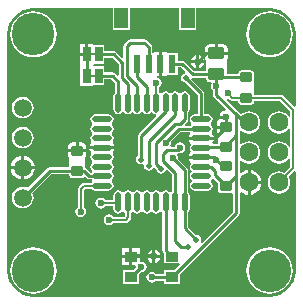
<source format=gbl>
G04 Layer_Physical_Order=2*
G04 Layer_Color=16711680*
%FSLAX44Y44*%
%MOMM*%
G71*
G01*
G75*
G04:AMPARAMS|DCode=10|XSize=1mm|YSize=0.9mm|CornerRadius=0.1125mm|HoleSize=0mm|Usage=FLASHONLY|Rotation=0.000|XOffset=0mm|YOffset=0mm|HoleType=Round|Shape=RoundedRectangle|*
%AMROUNDEDRECTD10*
21,1,1.0000,0.6750,0,0,0.0*
21,1,0.7750,0.9000,0,0,0.0*
1,1,0.2250,0.3875,-0.3375*
1,1,0.2250,-0.3875,-0.3375*
1,1,0.2250,-0.3875,0.3375*
1,1,0.2250,0.3875,0.3375*
%
%ADD10ROUNDEDRECTD10*%
%ADD11R,1.0160X0.8636*%
%ADD12R,0.6350X1.2700*%
%ADD14C,0.2500*%
%ADD15C,0.2000*%
%ADD16C,0.3000*%
%ADD17C,1.6000*%
%ADD18C,3.6000*%
%ADD19C,1.5000*%
%ADD20C,0.5000*%
%ADD21C,0.6000*%
G04:AMPARAMS|DCode=22|XSize=1.4mm|YSize=1mm|CornerRadius=0.125mm|HoleSize=0mm|Usage=FLASHONLY|Rotation=0.000|XOffset=0mm|YOffset=0mm|HoleType=Round|Shape=RoundedRectangle|*
%AMROUNDEDRECTD22*
21,1,1.4000,0.7500,0,0,0.0*
21,1,1.1500,1.0000,0,0,0.0*
1,1,0.2500,0.5750,-0.3750*
1,1,0.2500,-0.5750,-0.3750*
1,1,0.2500,-0.5750,0.3750*
1,1,0.2500,0.5750,0.3750*
%
%ADD22ROUNDEDRECTD22*%
%ADD23O,0.5500X1.6500*%
%ADD24O,1.6500X0.5500*%
%ADD25R,0.6000X1.5500*%
%ADD26R,1.2000X1.8000*%
%ADD27R,0.9079X0.2000*%
%ADD28R,0.6000X0.2000*%
G36*
X160000Y188196D02*
X171446D01*
Y187250D01*
X171660Y186177D01*
X172267Y185267D01*
X173177Y184660D01*
X174250Y184446D01*
X175363D01*
X176042Y183176D01*
X175761Y182756D01*
X175412Y181000D01*
X175761Y179244D01*
X176756Y177756D01*
X177196Y177461D01*
Y174000D01*
X177410Y172927D01*
X178017Y172017D01*
X188237Y161798D01*
X187658Y160581D01*
X185838Y160219D01*
X184006Y158994D01*
X182781Y157162D01*
X182604Y156270D01*
X188000D01*
Y153730D01*
X182604D01*
X182686Y153321D01*
X181483Y152517D01*
X180672Y151305D01*
X180388Y149875D01*
Y147770D01*
X188000D01*
Y145230D01*
X180388D01*
Y143125D01*
X180672Y141695D01*
X181000Y141205D01*
Y134000D01*
X181426Y133574D01*
X181236Y132304D01*
X177135D01*
X177080Y132363D01*
X176573Y133574D01*
X177483Y134936D01*
X177641Y135730D01*
X167000D01*
X156359D01*
X156517Y134936D01*
X157686Y133186D01*
X157845Y133080D01*
X158017Y131437D01*
X157497Y130658D01*
X157167Y129000D01*
X157497Y127342D01*
X158017Y126563D01*
X157845Y124920D01*
X157686Y124814D01*
X156517Y123064D01*
X156359Y122270D01*
X167000D01*
Y119730D01*
X156359D01*
X156517Y118936D01*
X157686Y117186D01*
X157845Y117080D01*
X158017Y115437D01*
X157497Y114658D01*
X157167Y113000D01*
X157497Y111342D01*
X158436Y109936D01*
X158886Y109635D01*
Y108365D01*
X158436Y108064D01*
X157497Y106658D01*
X157167Y105000D01*
X157497Y103342D01*
X158436Y101936D01*
X158886Y101635D01*
Y100365D01*
X158436Y100064D01*
X157497Y98658D01*
X157167Y97000D01*
X157497Y95342D01*
X158436Y93936D01*
X159842Y92997D01*
X161500Y92667D01*
X172500D01*
X174158Y92997D01*
X175564Y93936D01*
X176503Y95342D01*
X176833Y97000D01*
X176503Y98658D01*
X175564Y100064D01*
X175114Y100365D01*
Y101635D01*
X175564Y101936D01*
X176082Y102711D01*
X177604Y102918D01*
X177626Y102909D01*
X181449Y99086D01*
Y93125D01*
X181652Y92101D01*
X182233Y91232D01*
X183101Y90652D01*
X184125Y90449D01*
X191875D01*
X192776Y90628D01*
X192994Y90590D01*
X194046Y89891D01*
Y74762D01*
X167432Y48148D01*
X166446Y48957D01*
X166768Y49439D01*
X167078Y51000D01*
X166768Y52561D01*
X165884Y53884D01*
X164561Y54768D01*
X163000Y55078D01*
X162906Y55060D01*
X155804Y62161D01*
Y74262D01*
X156064Y74436D01*
X157003Y75842D01*
X157333Y77500D01*
Y88500D01*
X157003Y90158D01*
X156064Y91564D01*
X155804Y91738D01*
Y110000D01*
X155590Y111073D01*
X154983Y111983D01*
X147485Y119480D01*
X147588Y120000D01*
X147239Y121756D01*
X146457Y122926D01*
X146861Y124006D01*
X147017Y124200D01*
X148073Y124410D01*
X148288Y124553D01*
X149000Y124412D01*
X150756Y124761D01*
X152244Y125756D01*
X153239Y127244D01*
X153588Y129000D01*
X153239Y130756D01*
X152244Y132244D01*
X150756Y133239D01*
X149000Y133588D01*
X147244Y133239D01*
X145756Y132244D01*
X144761Y130756D01*
X144572Y129804D01*
X141624D01*
X141025Y130924D01*
X141239Y131244D01*
X141588Y133000D01*
X141319Y134354D01*
X149161Y142196D01*
X157469D01*
X157851Y140938D01*
X157845Y140920D01*
X157686Y140814D01*
X156517Y139064D01*
X156359Y138270D01*
X167000D01*
X177641D01*
X177483Y139064D01*
X176314Y140814D01*
X176155Y140920D01*
X175983Y142563D01*
X176503Y143342D01*
X176833Y145000D01*
X176503Y146658D01*
X175564Y148064D01*
X175114Y148365D01*
Y149635D01*
X175564Y149936D01*
X176503Y151342D01*
X176833Y153000D01*
X176503Y154658D01*
X175564Y156064D01*
X174158Y157003D01*
X172500Y157333D01*
X169804D01*
Y175000D01*
X169590Y176073D01*
X168983Y176983D01*
X158832Y187134D01*
X159457Y188304D01*
X160000Y188196D01*
D02*
G37*
G36*
X25000Y247176D02*
X92000D01*
Y228500D01*
X107000D01*
Y247176D01*
X148000D01*
Y228500D01*
X163000D01*
Y247176D01*
X223772D01*
X225000Y247176D01*
X225000Y247176D01*
X225000Y247176D01*
Y247176D01*
X226234Y247088D01*
X229333Y246783D01*
X233499Y245519D01*
X237339Y243467D01*
X240705Y240705D01*
X243467Y237339D01*
X245519Y233499D01*
X246783Y229333D01*
X247088Y226234D01*
X247176Y225000D01*
X247176D01*
X247176Y225000D01*
Y164225D01*
X245906Y163699D01*
X236302Y173302D01*
X235476Y173855D01*
X234500Y174049D01*
X211551D01*
Y174875D01*
X211439Y175439D01*
X212000Y176000D01*
Y184000D01*
X211439Y184561D01*
X211551Y185125D01*
Y191875D01*
X211348Y192899D01*
X210767Y193768D01*
X209899Y194348D01*
X208875Y194552D01*
X201125D01*
X200101Y194348D01*
X199232Y193768D01*
X198652Y192899D01*
X198448Y191875D01*
Y191304D01*
X188554D01*
Y194750D01*
X188545Y194795D01*
X189000Y195250D01*
Y203292D01*
X189320Y203771D01*
X189614Y205250D01*
Y207730D01*
X170386D01*
Y205250D01*
X170680Y203771D01*
X171000Y203292D01*
Y195250D01*
X171176Y195074D01*
X170782Y193804D01*
X161161D01*
X152983Y201983D01*
X152073Y202591D01*
X151000Y202804D01*
X147000D01*
Y209250D01*
X138040D01*
Y210290D01*
X133770D01*
Y200000D01*
Y189710D01*
X138040D01*
Y190750D01*
X147000D01*
Y197196D01*
X149838D01*
X153718Y193317D01*
X153300Y191939D01*
X152439Y191768D01*
X151116Y190884D01*
X150232Y189561D01*
X149922Y188000D01*
X150232Y186439D01*
X151116Y185116D01*
X152439Y184232D01*
X154000Y183922D01*
X154094Y183940D01*
X164196Y173839D01*
Y157333D01*
X161500D01*
X159842Y157003D01*
X158436Y156064D01*
X157497Y154658D01*
X157167Y153000D01*
X157497Y151342D01*
X158436Y149936D01*
X158470Y149913D01*
X158565Y148503D01*
X157849Y147804D01*
X153428D01*
X152942Y148977D01*
X154983Y151017D01*
X155590Y151927D01*
X155804Y153000D01*
Y158262D01*
X156064Y158436D01*
X157003Y159842D01*
X157333Y161500D01*
Y172500D01*
X157003Y174158D01*
X156064Y175564D01*
X154658Y176503D01*
X153000Y176833D01*
X151342Y176503D01*
X149936Y175564D01*
X149635Y175114D01*
X148365D01*
X148064Y175564D01*
X146658Y176503D01*
X145000Y176833D01*
X143342Y176503D01*
X141936Y175564D01*
X141635Y175114D01*
X140365D01*
X140064Y175564D01*
X138658Y176503D01*
X137000Y176833D01*
X135342Y176503D01*
X133936Y175564D01*
X133713Y175231D01*
X132447Y175156D01*
X132121Y175480D01*
X132064Y175564D01*
X131975Y175623D01*
X131549Y176046D01*
Y180291D01*
X132244Y180756D01*
X133239Y182244D01*
X133588Y184000D01*
X133239Y185756D01*
X132244Y187244D01*
X130756Y188239D01*
X129744Y188440D01*
X129869Y189710D01*
X131230D01*
Y200000D01*
Y210290D01*
X126960D01*
Y209250D01*
X125304D01*
Y214500D01*
X125091Y215573D01*
X124483Y216483D01*
X120983Y219983D01*
X120073Y220590D01*
X119000Y220804D01*
X107000D01*
X105927Y220590D01*
X105017Y219983D01*
X102017Y216983D01*
X101410Y216073D01*
X101196Y215000D01*
Y205429D01*
X100023Y204942D01*
X94983Y209983D01*
X94073Y210590D01*
X93000Y210804D01*
X84835D01*
Y215850D01*
X75715D01*
Y216890D01*
X71270D01*
Y210289D01*
X70931Y210148D01*
X70455Y209000D01*
Y208000D01*
X70000D01*
Y206730D01*
X64285D01*
Y199110D01*
X64285D01*
Y198890D01*
X64285D01*
Y181110D01*
X75715D01*
Y182150D01*
X84835D01*
Y187196D01*
X90839D01*
X94196Y183839D01*
Y175738D01*
X93936Y175564D01*
X92997Y174158D01*
X92667Y172500D01*
Y161500D01*
X92997Y159842D01*
X93936Y158436D01*
X95342Y157497D01*
X97000Y157167D01*
X98658Y157497D01*
X100064Y158436D01*
X100365Y158886D01*
X101635D01*
X101936Y158436D01*
X103342Y157497D01*
X105000Y157167D01*
X106658Y157497D01*
X108064Y158436D01*
X108365Y158886D01*
X109635D01*
X109936Y158436D01*
X111342Y157497D01*
X113000Y157167D01*
X114658Y157497D01*
X116064Y158436D01*
X116365Y158886D01*
X117635D01*
X117936Y158436D01*
X119342Y157497D01*
X121000Y157167D01*
X122658Y157497D01*
X124064Y158436D01*
X124365Y158886D01*
X125635D01*
X125936Y158436D01*
X127342Y157497D01*
X128504Y157265D01*
X129006Y155972D01*
X114017Y140983D01*
X113410Y140073D01*
X113196Y139000D01*
Y121937D01*
X113116Y121884D01*
X112232Y120561D01*
X111922Y119000D01*
X112232Y117439D01*
X113116Y116116D01*
X114439Y115232D01*
X116000Y114922D01*
X117561Y115232D01*
X117689Y115317D01*
X118832Y114554D01*
X118672Y113750D01*
X118982Y112189D01*
X119866Y110866D01*
X121189Y109982D01*
X122750Y109672D01*
X124311Y109982D01*
X125634Y110866D01*
X126330Y111908D01*
X127409Y112208D01*
X127818Y112217D01*
X128940Y111094D01*
X128922Y111000D01*
X129232Y109439D01*
X130116Y108116D01*
X131439Y107232D01*
X133000Y106922D01*
X134561Y107232D01*
X135884Y108116D01*
X136768Y109439D01*
X136939Y110300D01*
X138317Y110718D01*
X142196Y106839D01*
Y91738D01*
X141936Y91564D01*
X141635Y91114D01*
X140365D01*
X140064Y91564D01*
X138658Y92503D01*
X137000Y92833D01*
X135342Y92503D01*
X133936Y91564D01*
X133635Y91114D01*
X132365D01*
X132064Y91564D01*
X130658Y92503D01*
X129000Y92833D01*
X127342Y92503D01*
X125936Y91564D01*
X125635Y91114D01*
X124365D01*
X124064Y91564D01*
X122658Y92503D01*
X121000Y92833D01*
X119342Y92503D01*
X117936Y91564D01*
X117635Y91114D01*
X116365D01*
X116064Y91564D01*
X114658Y92503D01*
X113000Y92833D01*
X111342Y92503D01*
X109936Y91564D01*
X109635Y91114D01*
X108365D01*
X108064Y91564D01*
X106658Y92503D01*
X105000Y92833D01*
X103342Y92503D01*
X101936Y91564D01*
X101635Y91114D01*
X100365D01*
X100064Y91564D01*
X98658Y92503D01*
X97000Y92833D01*
X95342Y92503D01*
X93936Y91564D01*
X92997Y90158D01*
X92667Y88500D01*
Y84549D01*
X85709D01*
X85244Y85244D01*
X83756Y86239D01*
X82000Y86588D01*
X80244Y86239D01*
X78756Y85244D01*
X77761Y83756D01*
X77412Y82000D01*
X77761Y80244D01*
X78756Y78756D01*
X80244Y77761D01*
X82000Y77412D01*
X83756Y77761D01*
X85244Y78756D01*
X85709Y79451D01*
X92667D01*
Y77500D01*
X92997Y75842D01*
X93936Y74436D01*
X95342Y73497D01*
X97000Y73167D01*
X98658Y73497D01*
X100064Y74436D01*
X100287Y74769D01*
X101553Y74844D01*
X101880Y74521D01*
X101936Y74436D01*
X102025Y74377D01*
X102451Y73954D01*
Y71056D01*
X101944Y70549D01*
X92709D01*
X92244Y71244D01*
X90756Y72239D01*
X89000Y72588D01*
X87244Y72239D01*
X85756Y71244D01*
X84761Y69756D01*
X84412Y68000D01*
X84761Y66244D01*
X85756Y64756D01*
X87244Y63761D01*
X89000Y63412D01*
X90756Y63761D01*
X92244Y64756D01*
X92709Y65451D01*
X103000D01*
X103975Y65645D01*
X104802Y66198D01*
X106802Y68198D01*
X107355Y69025D01*
X107549Y70000D01*
Y74092D01*
X108064Y74436D01*
X108365Y74886D01*
X109635D01*
X109936Y74436D01*
X111342Y73497D01*
X113000Y73167D01*
X114658Y73497D01*
X116064Y74436D01*
X116365Y74886D01*
X117635D01*
X117936Y74436D01*
X119342Y73497D01*
X121000Y73167D01*
X122658Y73497D01*
X124064Y74436D01*
X124365Y74886D01*
X125635D01*
X125936Y74436D01*
X127342Y73497D01*
X129000Y73167D01*
X130658Y73497D01*
X132064Y74436D01*
X132087Y74471D01*
X133497Y74566D01*
X134196Y73849D01*
Y42390D01*
X134410Y41317D01*
X135017Y40407D01*
X135920Y39505D01*
Y31072D01*
X148561D01*
X149091Y29807D01*
X144353Y25068D01*
X135920D01*
Y22054D01*
X128789D01*
X128495Y22494D01*
X127006Y23489D01*
X125250Y23838D01*
X123494Y23489D01*
X122006Y22494D01*
X121011Y21006D01*
X120662Y19250D01*
X121011Y17494D01*
X122006Y16006D01*
X123494Y15011D01*
X125250Y14662D01*
X127006Y15011D01*
X128495Y16006D01*
X128789Y16446D01*
X135920D01*
Y13432D01*
X149080D01*
Y21865D01*
X198833Y71618D01*
X199441Y72527D01*
X199654Y73600D01*
Y90811D01*
X200924Y91437D01*
X202285Y90393D01*
X204848Y89331D01*
X206330Y89136D01*
Y99600D01*
Y110064D01*
X204848Y109869D01*
X202285Y108807D01*
X200924Y107763D01*
X199654Y108389D01*
Y117827D01*
X200180Y118006D01*
X200924Y118148D01*
X202809Y116702D01*
X205120Y115744D01*
X207600Y115418D01*
X210080Y115744D01*
X212391Y116702D01*
X214375Y118225D01*
X215898Y120209D01*
X216855Y122520D01*
X217182Y125000D01*
X216855Y127480D01*
X215898Y129791D01*
X214375Y131776D01*
X212391Y133298D01*
X210080Y134256D01*
X207600Y134582D01*
X205120Y134256D01*
X202809Y133298D01*
X200924Y131852D01*
X200180Y131994D01*
X199654Y132173D01*
Y143227D01*
X200180Y143406D01*
X200924Y143548D01*
X202809Y142102D01*
X205120Y141145D01*
X207600Y140818D01*
X210080Y141145D01*
X212391Y142102D01*
X214375Y143625D01*
X215898Y145609D01*
X216855Y147920D01*
X217182Y150400D01*
X216855Y152880D01*
X215898Y155191D01*
X214375Y157176D01*
X212391Y158698D01*
X210080Y159656D01*
X207600Y159982D01*
X205120Y159656D01*
X202809Y158698D01*
X200825Y157176D01*
X200792Y157173D01*
X188562Y169403D01*
X189188Y170573D01*
X190000Y170412D01*
X190820Y170575D01*
X191698Y169698D01*
X192525Y169145D01*
X193500Y168951D01*
X198448D01*
Y168125D01*
X198652Y167101D01*
X199232Y166232D01*
X200101Y165652D01*
X201125Y165448D01*
X208875D01*
X209899Y165652D01*
X210767Y166232D01*
X211348Y167101D01*
X211551Y168125D01*
Y168951D01*
X233444D01*
X242451Y159944D01*
Y155697D01*
X241722Y155377D01*
X241181Y155344D01*
X239775Y157176D01*
X237791Y158698D01*
X235480Y159656D01*
X233000Y159982D01*
X230520Y159656D01*
X228209Y158698D01*
X226224Y157176D01*
X224702Y155191D01*
X223745Y152880D01*
X223418Y150400D01*
X223745Y147920D01*
X224702Y145609D01*
X226224Y143625D01*
X228209Y142102D01*
X230520Y141145D01*
X233000Y140818D01*
X235480Y141145D01*
X237791Y142102D01*
X239775Y143625D01*
X241181Y145456D01*
X241722Y145423D01*
X242451Y145103D01*
Y130297D01*
X241722Y129977D01*
X241181Y129944D01*
X239775Y131776D01*
X237791Y133298D01*
X235480Y134256D01*
X233000Y134582D01*
X230520Y134256D01*
X228209Y133298D01*
X226224Y131776D01*
X224702Y129791D01*
X223745Y127480D01*
X223418Y125000D01*
X223745Y122520D01*
X224702Y120209D01*
X226224Y118225D01*
X228209Y116702D01*
X230520Y115744D01*
X233000Y115418D01*
X235480Y115744D01*
X237791Y116702D01*
X239775Y118225D01*
X241181Y120056D01*
X241722Y120023D01*
X242451Y119703D01*
Y112655D01*
X237723Y107927D01*
X235480Y108855D01*
X233000Y109182D01*
X230520Y108855D01*
X228209Y107898D01*
X226224Y106376D01*
X224702Y104391D01*
X223745Y102080D01*
X223418Y99600D01*
X223745Y97120D01*
X224702Y94809D01*
X226224Y92825D01*
X228209Y91302D01*
X230520Y90344D01*
X233000Y90018D01*
X235480Y90344D01*
X237791Y91302D01*
X239775Y92825D01*
X241298Y94809D01*
X242255Y97120D01*
X242582Y99600D01*
X242255Y102080D01*
X241327Y104321D01*
X245906Y108900D01*
X247176Y108374D01*
Y26228D01*
X247176Y25000D01*
X247176Y25000D01*
X247176Y25000D01*
X247176D01*
X247088Y23766D01*
X246783Y20667D01*
X245519Y16501D01*
X243467Y12661D01*
X240705Y9295D01*
X237339Y6533D01*
X233499Y4481D01*
X229333Y3217D01*
X226234Y2912D01*
X225000Y2824D01*
Y2824D01*
X225000Y2824D01*
X26228D01*
X25000Y2824D01*
X25000Y2824D01*
X25000Y2824D01*
Y2824D01*
X23766Y2912D01*
X20667Y3217D01*
X16501Y4481D01*
X12661Y6533D01*
X9295Y9295D01*
X6533Y12661D01*
X4481Y16501D01*
X3217Y20667D01*
X2912Y23766D01*
X2824Y25000D01*
X2824D01*
X2824Y25000D01*
Y223772D01*
X2824Y225000D01*
X2824Y225000D01*
X2824Y225000D01*
X2824D01*
X2912Y226234D01*
X3217Y229333D01*
X4481Y233499D01*
X6533Y237339D01*
X9295Y240705D01*
X12661Y243467D01*
X16501Y245519D01*
X20667Y246783D01*
X23766Y247088D01*
X25000Y247176D01*
Y247176D01*
X25000Y247176D01*
D02*
G37*
G36*
X97196Y199839D02*
Y190428D01*
X96023Y189942D01*
X93983Y191982D01*
X93073Y192590D01*
X92001Y192803D01*
X84835D01*
Y197850D01*
X75998D01*
X75744Y199000D01*
X75998Y200150D01*
X84835D01*
Y205196D01*
X91839D01*
X97196Y199839D01*
D02*
G37*
%LPC*%
G36*
X128270Y42396D02*
Y38270D01*
X132396D01*
X132219Y39162D01*
X130994Y40994D01*
X129162Y42219D01*
X128270Y42396D01*
D02*
G37*
G36*
X218064Y98330D02*
X208870D01*
Y89136D01*
X210352Y89331D01*
X212915Y90393D01*
X215117Y92083D01*
X216807Y94284D01*
X217869Y96848D01*
X218064Y98330D01*
D02*
G37*
G36*
X25959Y110930D02*
X17270D01*
Y102240D01*
X18621Y102418D01*
X21063Y103430D01*
X23161Y105039D01*
X24770Y107137D01*
X25782Y109579D01*
X25959Y110930D01*
D02*
G37*
G36*
X93641Y127730D02*
X83000D01*
X72359D01*
X72517Y126936D01*
X73686Y125186D01*
X73845Y125080D01*
X74017Y123437D01*
X73497Y122658D01*
X73167Y121000D01*
X73497Y119342D01*
X74436Y117936D01*
X74886Y117635D01*
Y116365D01*
X74436Y116064D01*
X73497Y114658D01*
X73167Y113000D01*
X73497Y111342D01*
X74436Y109936D01*
X74886Y109635D01*
Y108365D01*
X74436Y108064D01*
X74367Y107960D01*
X73082Y107884D01*
X69483Y111483D01*
X68573Y112090D01*
X68551Y112095D01*
Y112875D01*
X68439Y113439D01*
X69000Y114000D01*
Y121205D01*
X69327Y121695D01*
X69612Y123125D01*
Y125230D01*
X54388D01*
Y123125D01*
X54673Y121695D01*
X55000Y121205D01*
Y114000D01*
X55426Y113574D01*
X55236Y112304D01*
X38700D01*
X37627Y112090D01*
X36717Y111483D01*
X20084Y94850D01*
X18349Y95568D01*
X16000Y95878D01*
X13650Y95568D01*
X11461Y94661D01*
X9581Y93219D01*
X8138Y91339D01*
X7232Y89149D01*
X6922Y86800D01*
X7232Y84451D01*
X8138Y82261D01*
X9581Y80381D01*
X11461Y78938D01*
X13650Y78032D01*
X16000Y77722D01*
X18349Y78032D01*
X20539Y78938D01*
X22419Y80381D01*
X23861Y82261D01*
X24768Y84451D01*
X25078Y86800D01*
X24768Y89149D01*
X24050Y90884D01*
X39861Y106696D01*
X55449D01*
Y106125D01*
X55652Y105101D01*
X56233Y104233D01*
X57101Y103652D01*
X58125Y103449D01*
X65875D01*
X66899Y103652D01*
X67768Y104233D01*
X68710Y104325D01*
X70017Y103017D01*
X70927Y102410D01*
X72000Y102196D01*
X74262D01*
X74436Y101936D01*
X74769Y101713D01*
X74844Y100447D01*
X74521Y100121D01*
X74436Y100064D01*
X74377Y99976D01*
X73954Y99549D01*
X68000D01*
X67025Y99355D01*
X66198Y98802D01*
X63198Y95802D01*
X62645Y94976D01*
X62451Y94000D01*
Y78709D01*
X61756Y78244D01*
X60761Y76756D01*
X60412Y75000D01*
X60761Y73244D01*
X61756Y71756D01*
X63244Y70761D01*
X65000Y70412D01*
X66756Y70761D01*
X68244Y71756D01*
X69239Y73244D01*
X69588Y75000D01*
X69239Y76756D01*
X68244Y78244D01*
X67549Y78709D01*
Y92944D01*
X69056Y94451D01*
X74092D01*
X74436Y93936D01*
X75842Y92997D01*
X77500Y92667D01*
X88500D01*
X90158Y92997D01*
X91564Y93936D01*
X92503Y95342D01*
X92833Y97000D01*
X92503Y98658D01*
X91564Y100064D01*
X91114Y100365D01*
Y101635D01*
X91564Y101936D01*
X92503Y103342D01*
X92833Y105000D01*
X92503Y106658D01*
X91564Y108064D01*
X91114Y108365D01*
Y109635D01*
X91564Y109936D01*
X92503Y111342D01*
X92833Y113000D01*
X92503Y114658D01*
X91564Y116064D01*
X91114Y116365D01*
Y117635D01*
X91564Y117936D01*
X92503Y119342D01*
X92833Y121000D01*
X92503Y122658D01*
X91983Y123437D01*
X92155Y125080D01*
X92314Y125186D01*
X93483Y126936D01*
X93641Y127730D01*
D02*
G37*
G36*
X208870Y110064D02*
Y100870D01*
X218064D01*
X217869Y102352D01*
X216807Y104916D01*
X215117Y107117D01*
X212915Y108807D01*
X210352Y109869D01*
X208870Y110064D01*
D02*
G37*
G36*
X14730Y110930D02*
X6041D01*
X6218Y109579D01*
X7230Y107137D01*
X8839Y105039D01*
X10937Y103430D01*
X13379Y102418D01*
X14730Y102240D01*
Y110930D01*
D02*
G37*
G36*
X115094Y35620D02*
X108744D01*
Y30032D01*
X110758D01*
X111787Y28762D01*
X111636Y28000D01*
X111739Y27480D01*
X109327Y25068D01*
X100894D01*
Y13432D01*
X114054D01*
Y21865D01*
X115704Y23515D01*
X116224Y23412D01*
X117980Y23761D01*
X119468Y24756D01*
X120463Y26244D01*
X120812Y28000D01*
X120463Y29756D01*
X119468Y31244D01*
X117980Y32239D01*
X116224Y32588D01*
X116076Y32559D01*
X115094Y33364D01*
Y35620D01*
D02*
G37*
G36*
X106204D02*
X99854D01*
Y30032D01*
X106204D01*
Y35620D01*
D02*
G37*
G36*
X25000Y44595D02*
X21177Y44218D01*
X17502Y43103D01*
X14114Y41292D01*
X11145Y38856D01*
X8708Y35886D01*
X6897Y32499D01*
X5782Y28823D01*
X5406Y25000D01*
X5782Y21177D01*
X6897Y17502D01*
X8708Y14114D01*
X11145Y11145D01*
X14114Y8708D01*
X17502Y6897D01*
X21177Y5782D01*
X25000Y5406D01*
X28823Y5782D01*
X32499Y6897D01*
X35886Y8708D01*
X38856Y11145D01*
X41292Y14114D01*
X43103Y17502D01*
X44218Y21177D01*
X44595Y25000D01*
X44218Y28823D01*
X43103Y32499D01*
X41292Y35886D01*
X38856Y38856D01*
X35886Y41292D01*
X32499Y43103D01*
X28823Y44218D01*
X25000Y44595D01*
D02*
G37*
G36*
X225000D02*
X221177Y44218D01*
X217501Y43103D01*
X214114Y41292D01*
X211145Y38856D01*
X208708Y35886D01*
X206897Y32499D01*
X205782Y28823D01*
X205406Y25000D01*
X205782Y21177D01*
X206897Y17502D01*
X208708Y14114D01*
X211145Y11145D01*
X214114Y8708D01*
X217501Y6897D01*
X221177Y5782D01*
X225000Y5406D01*
X228822Y5782D01*
X232498Y6897D01*
X235886Y8708D01*
X238855Y11145D01*
X241292Y14114D01*
X243103Y17502D01*
X244218Y21177D01*
X244594Y25000D01*
X244218Y28823D01*
X243103Y32499D01*
X241292Y35886D01*
X238855Y38856D01*
X235886Y41292D01*
X232498Y43103D01*
X228822Y44218D01*
X225000Y44595D01*
D02*
G37*
G36*
X125730Y35730D02*
X121604D01*
X121781Y34838D01*
X123006Y33006D01*
X124838Y31781D01*
X125730Y31604D01*
Y35730D01*
D02*
G37*
G36*
X115094Y43748D02*
X108744D01*
Y38160D01*
X115094D01*
Y43748D01*
D02*
G37*
G36*
X125730Y42396D02*
X124838Y42219D01*
X123006Y40994D01*
X121781Y39162D01*
X121604Y38270D01*
X125730D01*
Y42396D01*
D02*
G37*
G36*
X132396Y35730D02*
X128270D01*
Y31604D01*
X129162Y31781D01*
X130994Y33006D01*
X132219Y34838D01*
X132396Y35730D01*
D02*
G37*
G36*
X106204Y43748D02*
X99854D01*
Y38160D01*
X106204D01*
Y43748D01*
D02*
G37*
G36*
X14730Y122159D02*
X13379Y121981D01*
X10937Y120970D01*
X8839Y119361D01*
X7230Y117263D01*
X6218Y114821D01*
X6041Y113470D01*
X14730D01*
Y122159D01*
D02*
G37*
G36*
X25000Y244594D02*
X21177Y244218D01*
X17502Y243103D01*
X14114Y241292D01*
X11145Y238855D01*
X8708Y235886D01*
X6897Y232498D01*
X5782Y228822D01*
X5406Y225000D01*
X5782Y221177D01*
X6897Y217501D01*
X8708Y214114D01*
X11145Y211145D01*
X14114Y208708D01*
X17502Y206897D01*
X21177Y205782D01*
X25000Y205406D01*
X28823Y205782D01*
X32499Y206897D01*
X35886Y208708D01*
X38856Y211145D01*
X41292Y214114D01*
X43103Y217501D01*
X44218Y221177D01*
X44595Y225000D01*
X44218Y228822D01*
X43103Y232498D01*
X41292Y235886D01*
X38856Y238855D01*
X35886Y241292D01*
X32499Y243103D01*
X28823Y244218D01*
X25000Y244594D01*
D02*
G37*
G36*
X165270Y207396D02*
Y203270D01*
X169396D01*
X169219Y204162D01*
X167994Y205994D01*
X166162Y207219D01*
X165270Y207396D01*
D02*
G37*
G36*
X162730D02*
X161838Y207219D01*
X160006Y205994D01*
X158781Y204162D01*
X158604Y203270D01*
X162730D01*
Y207396D01*
D02*
G37*
G36*
X225000Y244594D02*
X221177Y244218D01*
X217501Y243103D01*
X214114Y241292D01*
X211145Y238855D01*
X208708Y235886D01*
X206897Y232498D01*
X205782Y228822D01*
X205406Y225000D01*
X205782Y221177D01*
X206897Y217501D01*
X208708Y214114D01*
X211145Y211145D01*
X214114Y208708D01*
X217501Y206897D01*
X221177Y205782D01*
X225000Y205406D01*
X228822Y205782D01*
X232498Y206897D01*
X235886Y208708D01*
X238855Y211145D01*
X241292Y214114D01*
X243103Y217501D01*
X244218Y221177D01*
X244594Y225000D01*
X244218Y228822D01*
X243103Y232498D01*
X241292Y235886D01*
X238855Y238855D01*
X235886Y241292D01*
X232498Y243103D01*
X228822Y244218D01*
X225000Y244594D01*
D02*
G37*
G36*
X185750Y216614D02*
X181270D01*
Y210270D01*
X189614D01*
Y212750D01*
X189320Y214229D01*
X188482Y215482D01*
X187229Y216320D01*
X185750Y216614D01*
D02*
G37*
G36*
X178730D02*
X174250D01*
X172771Y216320D01*
X171518Y215482D01*
X170680Y214229D01*
X170386Y212750D01*
Y210270D01*
X178730D01*
Y216614D01*
D02*
G37*
G36*
X68730Y216890D02*
X64285D01*
Y209270D01*
X68730D01*
Y216890D01*
D02*
G37*
G36*
X169396Y200730D02*
X165270D01*
Y196604D01*
X166162Y196781D01*
X167994Y198006D01*
X169219Y199838D01*
X169396Y200730D01*
D02*
G37*
G36*
X65875Y133612D02*
X63270D01*
Y127770D01*
X69612D01*
Y129875D01*
X69327Y131305D01*
X68517Y132517D01*
X67305Y133327D01*
X65875Y133612D01*
D02*
G37*
G36*
X60730D02*
X58125D01*
X56695Y133327D01*
X55483Y132517D01*
X54673Y131305D01*
X54388Y129875D01*
Y127770D01*
X60730D01*
Y133612D01*
D02*
G37*
G36*
X17270Y122159D02*
Y113470D01*
X25959D01*
X25782Y114821D01*
X24770Y117263D01*
X23161Y119361D01*
X21063Y120970D01*
X18621Y121981D01*
X17270Y122159D01*
D02*
G37*
G36*
X16000Y146678D02*
X13650Y146368D01*
X11461Y145461D01*
X9581Y144019D01*
X8138Y142139D01*
X7232Y139949D01*
X6922Y137600D01*
X7232Y135251D01*
X8138Y133061D01*
X9581Y131181D01*
X11461Y129739D01*
X13650Y128832D01*
X16000Y128522D01*
X18349Y128832D01*
X20539Y129739D01*
X22419Y131181D01*
X23861Y133061D01*
X24768Y135251D01*
X25078Y137600D01*
X24768Y139949D01*
X23861Y142139D01*
X22419Y144019D01*
X20539Y145461D01*
X18349Y146368D01*
X16000Y146678D01*
D02*
G37*
G36*
X162730Y200730D02*
X158604D01*
X158781Y199838D01*
X160006Y198006D01*
X161838Y196781D01*
X162730Y196604D01*
Y200730D01*
D02*
G37*
G36*
X16000Y172078D02*
X13650Y171768D01*
X11461Y170861D01*
X9581Y169419D01*
X8138Y167539D01*
X7232Y165349D01*
X6922Y163000D01*
X7232Y160651D01*
X8138Y158461D01*
X9581Y156581D01*
X11461Y155139D01*
X13650Y154232D01*
X16000Y153922D01*
X18349Y154232D01*
X20539Y155139D01*
X22419Y156581D01*
X23861Y158461D01*
X24768Y160651D01*
X25078Y163000D01*
X24768Y165349D01*
X23861Y167539D01*
X22419Y169419D01*
X20539Y170861D01*
X18349Y171768D01*
X16000Y172078D01*
D02*
G37*
G36*
X88500Y157333D02*
X77500D01*
X75842Y157003D01*
X74436Y156064D01*
X73497Y154658D01*
X73167Y153000D01*
X73497Y151342D01*
X74436Y149936D01*
X74886Y149635D01*
Y148365D01*
X74436Y148064D01*
X73497Y146658D01*
X73167Y145000D01*
X73497Y143342D01*
X74436Y141936D01*
X74886Y141635D01*
Y140365D01*
X74436Y140064D01*
X73497Y138658D01*
X73167Y137000D01*
X73497Y135342D01*
X74017Y134563D01*
X73845Y132920D01*
X73686Y132814D01*
X72517Y131064D01*
X72359Y130270D01*
X83000D01*
X93641D01*
X93483Y131064D01*
X92314Y132814D01*
X92155Y132920D01*
X91983Y134563D01*
X92503Y135342D01*
X92833Y137000D01*
X92503Y138658D01*
X91564Y140064D01*
X91114Y140365D01*
Y141635D01*
X91564Y141936D01*
X92503Y143342D01*
X92833Y145000D01*
X92503Y146658D01*
X91564Y148064D01*
X91114Y148365D01*
Y149635D01*
X91564Y149936D01*
X92503Y151342D01*
X92833Y153000D01*
X92503Y154658D01*
X91564Y156064D01*
X90158Y157003D01*
X88500Y157333D01*
D02*
G37*
%LPD*%
D10*
X62000Y126500D02*
D03*
Y109500D02*
D03*
X205000Y171500D02*
D03*
Y188500D02*
D03*
X188000Y96500D02*
D03*
Y113500D02*
D03*
X188000Y129500D02*
D03*
Y146500D02*
D03*
D11*
X107474Y19250D02*
D03*
X142500D02*
D03*
X107474Y36890D02*
D03*
X142500D02*
D03*
D12*
X70000Y190000D02*
D03*
X80160D02*
D03*
X70000Y208000D02*
D03*
X80160D02*
D03*
D14*
X154000Y188000D02*
X167000Y175000D01*
Y153000D02*
Y175000D01*
X153000Y61000D02*
X163000Y51000D01*
X153000Y61000D02*
Y83000D01*
X150000Y45000D02*
X156000D01*
X145000Y50000D02*
X150000Y45000D01*
X145000Y50000D02*
Y83000D01*
X129000Y115000D02*
X133000Y111000D01*
X129000Y115000D02*
Y133132D01*
X144868Y149000D01*
X149000D01*
X153000Y153000D01*
Y167000D01*
X145000Y157000D02*
Y167000D01*
X123000Y135000D02*
X145000Y157000D01*
X123000Y114000D02*
Y135000D01*
X122750Y113750D02*
X123000Y114000D01*
X116000Y119000D02*
Y139000D01*
X137000Y160000D01*
Y167000D01*
X16000Y86800D02*
X38700Y109500D01*
X113000Y167000D02*
Y181000D01*
X104000Y190000D02*
X113000Y181000D01*
X104000Y190000D02*
Y215000D01*
X105000Y167000D02*
Y182657D01*
X112500Y188500D02*
X121000Y180000D01*
X112500Y188500D02*
Y200000D01*
X100000Y187657D02*
Y201000D01*
Y187657D02*
X105000Y182657D01*
X92001Y190000D02*
X97000Y185000D01*
Y167000D02*
Y185000D01*
X164000Y202000D02*
X171000Y209000D01*
X180000D01*
X122500Y200000D02*
Y214500D01*
X119000Y218000D02*
X122500Y214500D01*
X107000Y218000D02*
X119000D01*
X104000Y215000D02*
X107000Y218000D01*
X180000Y181000D02*
Y191000D01*
Y174000D02*
Y181000D01*
Y191000D02*
X182500Y188500D01*
X205000D01*
X147000Y127000D02*
X149000Y129000D01*
X138000Y127000D02*
X147000D01*
X135000Y124000D02*
X138000Y127000D01*
X135000Y118000D02*
Y124000D01*
Y118000D02*
X145000Y108000D01*
Y83000D02*
Y108000D01*
X153000Y83000D02*
Y110000D01*
X143000Y120000D02*
X153000Y110000D01*
X137000Y133000D02*
Y134000D01*
X148000Y145000D01*
X167000D01*
X38700Y109500D02*
X62000D01*
X107474Y19250D02*
X116224Y28000D01*
X125250Y19250D02*
X142500D01*
X188000Y146500D02*
Y155000D01*
X167000Y113000D02*
X175000D01*
X179000Y109000D01*
Y105500D02*
Y109000D01*
Y105500D02*
X188000Y96500D01*
X167000Y121000D02*
X178000D01*
X185500Y113500D02*
X188000D01*
X167000Y129000D02*
X167500Y129500D01*
X188000D01*
X178500Y137000D02*
X188000Y146500D01*
X167000Y137000D02*
X178500D01*
X62000Y109500D02*
X67500D01*
X72000Y105000D01*
X83000D01*
X197000Y157000D02*
X203601Y150400D01*
X180000Y174000D02*
X197000Y157000D01*
X196850Y156850D02*
X197000Y157000D01*
X196850Y139649D02*
Y156850D01*
X188000Y130799D02*
X196850Y139649D01*
Y105350D02*
Y139649D01*
X142500Y19250D02*
X196850Y73600D01*
X188000Y96500D02*
X196850Y105350D01*
X188000Y129500D02*
Y130799D01*
X203601Y150400D02*
X207600D01*
X137000Y42390D02*
X142500Y36890D01*
X137000Y42390D02*
Y83000D01*
X70000Y190000D02*
Y208000D01*
X81829Y190000D02*
X92001D01*
X80160Y208000D02*
X93000D01*
X100000Y201000D01*
X121000Y167000D02*
Y180000D01*
X160000Y191000D02*
X180000D01*
X151000Y200000D02*
X160000Y191000D01*
X142500Y200000D02*
X151000D01*
X196850Y73600D02*
Y105350D01*
X178000Y121000D02*
X180000Y119000D01*
X185500Y113500D01*
D15*
X89000Y68000D02*
X103000D01*
X105000Y70000D02*
Y83000D01*
X103000Y68000D02*
X105000Y70000D01*
X82000Y82000D02*
X96000D01*
X97000Y83000D01*
X68000Y97000D02*
X83000D01*
X65000Y94000D02*
X68000Y97000D01*
X65000Y75000D02*
Y94000D01*
X129000Y167000D02*
Y184000D01*
X190000Y175000D02*
X193500Y171500D01*
X205000D01*
X234500D01*
X233000Y99600D02*
X245000Y111599D01*
Y161000D01*
X234500Y171500D02*
X245000Y161000D01*
D16*
X107584Y37000D02*
X127000D01*
X188000Y155000D02*
X188000Y155000D01*
D17*
X207600Y99600D02*
D03*
X233000D02*
D03*
X207600Y125000D02*
D03*
X233000D02*
D03*
X207600Y150400D02*
D03*
X233000D02*
D03*
D18*
X25000Y25000D02*
D03*
X225000D02*
D03*
Y225000D02*
D03*
X25000D02*
D03*
D19*
X16000Y163000D02*
D03*
Y137600D02*
D03*
Y112200D02*
D03*
Y86800D02*
D03*
D20*
X154000Y188000D02*
D03*
X163000Y51000D02*
D03*
X156000Y45000D02*
D03*
X133000Y111000D02*
D03*
X122750Y113750D02*
D03*
X116000Y119000D02*
D03*
D21*
X89000Y68000D02*
D03*
X164000Y202000D02*
D03*
X180000Y181000D02*
D03*
X82000Y82000D02*
D03*
X65000Y75000D02*
D03*
X129000Y184000D02*
D03*
X190000Y175000D02*
D03*
X149000Y129000D02*
D03*
X143000Y120000D02*
D03*
X137000Y133000D02*
D03*
X116224Y28000D02*
D03*
X125250Y19250D02*
D03*
X127000Y37000D02*
D03*
X180000Y119000D02*
D03*
X188000Y155000D02*
D03*
D22*
X180000Y209000D02*
D03*
Y191000D02*
D03*
D23*
X153000Y167000D02*
D03*
X145000D02*
D03*
X137000D02*
D03*
X129000D02*
D03*
X121000D02*
D03*
X113000D02*
D03*
X105000D02*
D03*
X97000D02*
D03*
Y83000D02*
D03*
X105000D02*
D03*
X113000D02*
D03*
X121000D02*
D03*
X129000D02*
D03*
X137000D02*
D03*
X145000D02*
D03*
X153000D02*
D03*
D24*
X83000Y153000D02*
D03*
Y145000D02*
D03*
Y137000D02*
D03*
Y129000D02*
D03*
Y121000D02*
D03*
Y113000D02*
D03*
Y105000D02*
D03*
Y97000D02*
D03*
X167000D02*
D03*
Y105000D02*
D03*
Y113000D02*
D03*
Y121000D02*
D03*
Y129000D02*
D03*
Y137000D02*
D03*
Y145000D02*
D03*
Y153000D02*
D03*
D25*
X142500Y200000D02*
D03*
X132500D02*
D03*
X122500D02*
D03*
X112500D02*
D03*
D26*
X155500Y239000D02*
D03*
X99500D02*
D03*
D27*
X74540Y190000D02*
D03*
D28*
X75079Y208000D02*
D03*
M02*

</source>
